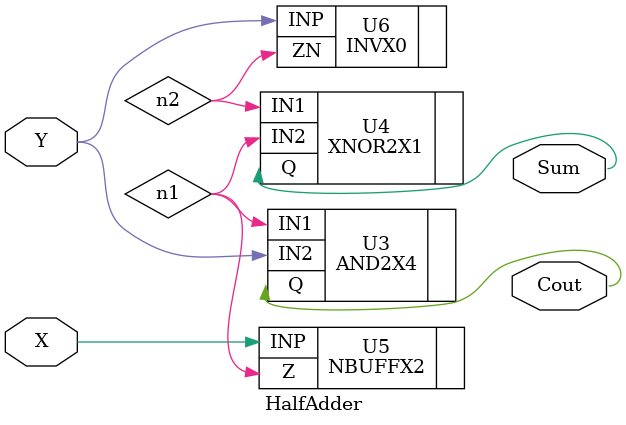
<source format=v>

module HalfAdder ( X, Y, Cout, Sum );
  input X, Y;
  output Cout, Sum;
  wire   n1, n2;

  AND2X4 U3 ( .IN1(n1), .IN2(Y), .Q(Cout) );
  XNOR2X1 U4 ( .IN1(n2), .IN2(n1), .Q(Sum) );
  NBUFFX2 U5 ( .INP(X), .Z(n1) );
  INVX0 U6 ( .INP(Y), .ZN(n2) );
endmodule


</source>
